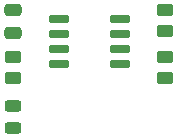
<source format=gbr>
%TF.GenerationSoftware,KiCad,Pcbnew,9.0.2-9.0.2-0~ubuntu22.04.1*%
%TF.CreationDate,2025-07-10T14:00:21-04:00*%
%TF.ProjectId,GettingToBlinky5.0,47657474-696e-4675-946f-426c696e6b79,rev?*%
%TF.SameCoordinates,Original*%
%TF.FileFunction,Soldermask,Top*%
%TF.FilePolarity,Negative*%
%FSLAX46Y46*%
G04 Gerber Fmt 4.6, Leading zero omitted, Abs format (unit mm)*
G04 Created by KiCad (PCBNEW 9.0.2-9.0.2-0~ubuntu22.04.1) date 2025-07-10 14:00:21*
%MOMM*%
%LPD*%
G01*
G04 APERTURE LIST*
G04 Aperture macros list*
%AMRoundRect*
0 Rectangle with rounded corners*
0 $1 Rounding radius*
0 $2 $3 $4 $5 $6 $7 $8 $9 X,Y pos of 4 corners*
0 Add a 4 corners polygon primitive as box body*
4,1,4,$2,$3,$4,$5,$6,$7,$8,$9,$2,$3,0*
0 Add four circle primitives for the rounded corners*
1,1,$1+$1,$2,$3*
1,1,$1+$1,$4,$5*
1,1,$1+$1,$6,$7*
1,1,$1+$1,$8,$9*
0 Add four rect primitives between the rounded corners*
20,1,$1+$1,$2,$3,$4,$5,0*
20,1,$1+$1,$4,$5,$6,$7,0*
20,1,$1+$1,$6,$7,$8,$9,0*
20,1,$1+$1,$8,$9,$2,$3,0*%
G04 Aperture macros list end*
%ADD10RoundRect,0.150000X-0.725000X-0.150000X0.725000X-0.150000X0.725000X0.150000X-0.725000X0.150000X0*%
%ADD11RoundRect,0.250000X0.475000X-0.250000X0.475000X0.250000X-0.475000X0.250000X-0.475000X-0.250000X0*%
%ADD12RoundRect,0.250000X-0.450000X0.262500X-0.450000X-0.262500X0.450000X-0.262500X0.450000X0.262500X0*%
%ADD13RoundRect,0.243750X0.456250X-0.243750X0.456250X0.243750X-0.456250X0.243750X-0.456250X-0.243750X0*%
G04 APERTURE END LIST*
D10*
%TO.C,U-2*%
X138650000Y-109510000D03*
X138650000Y-110780000D03*
X138650000Y-112050000D03*
X138650000Y-113320000D03*
X143800000Y-113320000D03*
X143800000Y-112050000D03*
X143800000Y-110780000D03*
X143800000Y-109510000D03*
%TD*%
D11*
%TO.C,C1*%
X134700000Y-110700000D03*
X134700000Y-108800000D03*
%TD*%
D12*
%TO.C,R3*%
X134700000Y-112725000D03*
X134700000Y-114550000D03*
%TD*%
%TO.C,R1*%
X147600000Y-108725000D03*
X147600000Y-110550000D03*
%TD*%
D13*
%TO.C,D1*%
X134700000Y-118750000D03*
X134700000Y-116875000D03*
%TD*%
D12*
%TO.C,R2*%
X147600000Y-112725000D03*
X147600000Y-114550000D03*
%TD*%
M02*

</source>
